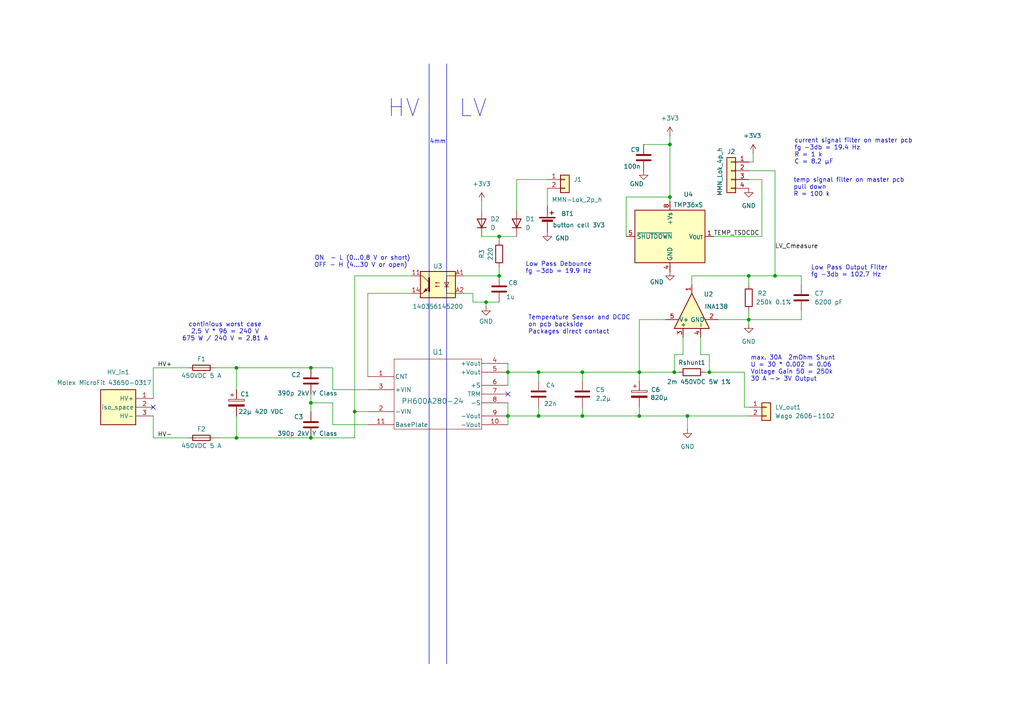
<source format=kicad_sch>
(kicad_sch (version 20231120) (generator "eeschema") (generator_version "8.0")
  (paper "A4")
  (lib_symbols
    (symbol "2024-11-18_21-41-11:PH600A280-24" (pin_names (offset 0.254))
      (property "Reference" "U1" (at 19.812 7.112 0))
      (property "Value" "PH600A280-24" (at 18.796 -7.112 0))
      (symbol "PH600A280-24_0_1"
        (polyline (pts (xy 7.62 -15.24) (xy 33.02 -15.24)) (stroke (width 0.127)))
        (polyline (pts (xy 7.62 5.08) (xy 7.62 -15.24)) (stroke (width 0.127)))
        (polyline (pts (xy 33.02 -15.24) (xy 33.02 5.08)) (stroke (width 0.127)))
        (polyline (pts (xy 33.02 5.08) (xy 7.62 5.08)) (stroke (width 0.127)))
      )
      (symbol "PH600A280-24_1_1"
        (pin input line (at 0 0 0) (length 7.62) (name "CNT") (number "1"))
        (pin power_out line (at 40.64 -13.97 180) (length 7.62) (name "-Vout") (number "10"))
        (pin passive line (at 0 -13.97 0) (length 7.62) (name "BasePlate") (number "11"))
        (pin power_in line (at 0 -10.16 0) (length 7.62) (name "-VIN") (number "2"))
        (pin power_in line (at 0 -3.81 0) (length 7.62) (name "+VIN") (number "3"))
        (pin power_out line (at 40.64 3.81 180) (length 7.62) (name "+Vout") (number "4"))
        (pin power_out line (at 40.64 1.27 180) (length 7.62) (name "+Vout") (number "5"))
        (pin input line (at 40.64 -2.54 180) (length 7.62) (name "+S") (number "6"))
        (pin input line (at 40.64 -5.08 180) (length 7.62) (name "TRM") (number "7"))
        (pin input line (at 40.64 -7.62 180) (length 7.62) (name "-S") (number "8"))
        (pin power_out line (at 40.64 -11.43 180) (length 7.62) (name "-Vout") (number "9"))
      )
    )
    (symbol "43650-0317:43650-0317"
      (property "Reference" "HV_in1" (at 10.16 -12.7 0))
      (property "Value" "43650-0317" (at 10.16 -10.16 0))
      (symbol "43650-0317_1_1"
        (rectangle (start 5.08 2.54) (end 15.24 -7.62) (stroke (width 0.254)) (fill (type background)))
        (pin power_out line (at 0 -5.08 0) (length 5.08) (name "HV+") (number "1"))
        (pin passive line (at 0 -2.54 0) (length 5.08) (name "iso_space") (number "2"))
        (pin power_out line (at 0 0 0) (length 5.08) (name "HV-") (number "3"))
      )
    )
    (symbol "Amplifier_Current:INA138" (pin_names (offset 0.127))
      (property "Reference" "U" (at 3.81 5.08 0))
      (property "Value" "INA138" (at 3.81 2.54 0))
      (symbol "INA138_0_1"
        (polyline (pts (xy -5.08 5.08) (xy 5.08 0) (xy -5.08 -5.08) (xy -5.08 5.08)) (stroke (width 0.254)) (fill (type background)))
      )
      (symbol "INA138_1_1"
        (pin output line (at 7.62 0 180) (length 2.54) (name "~") (number "1"))
        (pin power_in line (at -2.54 -7.62 90) (length 3.81) (name "GND") (number "2"))
        (pin input line (at -7.62 2.54 0) (length 2.54) (name "+") (number "3"))
        (pin input line (at -7.62 -2.54 0) (length 2.54) (name "-") (number "4"))
        (pin power_in line (at -2.54 7.62 270) (length 3.81) (name "V+") (number "5"))
      )
    )
    (symbol "Connector_Generic:Conn_01x02" (pin_names (offset 1.016) hide)
      (property "Reference" "J" (at 0 2.54 0))
      (property "Value" "Conn_01x02" (at 0 -5.08 0))
      (symbol "Conn_01x02_1_1"
        (rectangle (start -1.27 -2.413) (end 0 -2.667) (stroke (width 0.1524)))
        (rectangle (start -1.27 0.127) (end 0 -0.127) (stroke (width 0.1524)))
        (rectangle (start -1.27 1.27) (end 1.27 -3.81) (stroke (width 0.254)) (fill (type background)))
        (pin passive line (at -5.08 0 0) (length 3.81) (name "Pin_1") (number "1"))
        (pin passive line (at -5.08 -2.54 0) (length 3.81) (name "Pin_2") (number "2"))
      )
    )
    (symbol "Connector_Generic:Conn_01x04" (pin_names (offset 1.016) hide)
      (property "Reference" "J" (at 0 5.08 0))
      (property "Value" "Conn_01x04" (at 0 -7.62 0))
      (symbol "Conn_01x04_1_1"
        (rectangle (start -1.27 -4.953) (end 0 -5.207) (stroke (width 0.1524)))
        (rectangle (start -1.27 -2.413) (end 0 -2.667) (stroke (width 0.1524)))
        (rectangle (start -1.27 0.127) (end 0 -0.127) (stroke (width 0.1524)))
        (rectangle (start -1.27 2.667) (end 0 2.413) (stroke (width 0.1524)))
        (rectangle (start -1.27 3.81) (end 1.27 -6.35) (stroke (width 0.254)) (fill (type background)))
        (pin passive line (at -5.08 2.54 0) (length 3.81) (name "Pin_1") (number "1"))
        (pin passive line (at -5.08 0 0) (length 3.81) (name "Pin_2") (number "2"))
        (pin passive line (at -5.08 -2.54 0) (length 3.81) (name "Pin_3") (number "3"))
        (pin passive line (at -5.08 -5.08 0) (length 3.81) (name "Pin_4") (number "4"))
      )
    )
    (symbol "Device:Battery_Cell" (pin_numbers hide) (pin_names (offset 0) hide)
      (property "Reference" "BT" (at 2.54 2.54 0))
      (property "Value" "Battery_Cell" (at 2.54 0 0))
      (symbol "Battery_Cell_0_1"
        (rectangle (start -2.286 1.778) (end 2.286 1.524) (fill (type outline)))
        (rectangle (start -1.524 1.016) (end 1.524 0.508) (fill (type outline)))
        (polyline (pts (xy 0 0.762) (xy 0 0)))
        (polyline (pts (xy 0 1.778) (xy 0 2.54)))
        (polyline (pts (xy 0.762 3.048) (xy 1.778 3.048)) (stroke (width 0.254)))
        (polyline (pts (xy 1.27 3.556) (xy 1.27 2.54)) (stroke (width 0.254)))
      )
      (symbol "Battery_Cell_1_1"
        (pin passive line (at 0 5.08 270) (length 2.54) (name "+") (number "1"))
        (pin passive line (at 0 -2.54 90) (length 2.54) (name "-") (number "2"))
      )
    )
    (symbol "Device:C" (pin_numbers hide) (pin_names (offset 0.254))
      (property "Reference" "C" (at 0.635 2.54 0))
      (property "Value" "C" (at 0.635 -2.54 0))
      (symbol "C_0_1"
        (polyline (pts (xy -2.032 -0.762) (xy 2.032 -0.762)) (stroke (width 0.508)))
        (polyline (pts (xy -2.032 0.762) (xy 2.032 0.762)) (stroke (width 0.508)))
      )
      (symbol "C_1_1"
        (pin passive line (at 0 3.81 270) (length 2.794) (name "~") (number "1"))
        (pin passive line (at 0 -3.81 90) (length 2.794) (name "~") (number "2"))
      )
    )
    (symbol "Device:C_Polarized" (pin_numbers hide) (pin_names (offset 0.254))
      (property "Reference" "C" (at 0.635 2.54 0))
      (property "Value" "C_Polarized" (at 0.635 -2.54 0))
      (symbol "C_Polarized_0_1"
        (rectangle (start -2.286 0.508) (end 2.286 1.016))
        (polyline (pts (xy -1.778 2.286) (xy -0.762 2.286)))
        (polyline (pts (xy -1.27 2.794) (xy -1.27 1.778)))
        (rectangle (start 2.286 -0.508) (end -2.286 -1.016) (fill (type outline)))
      )
      (symbol "C_Polarized_1_1"
        (pin passive line (at 0 3.81 270) (length 2.794) (name "~") (number "1"))
        (pin passive line (at 0 -3.81 90) (length 2.794) (name "~") (number "2"))
      )
    )
    (symbol "Device:D" (pin_numbers hide) (pin_names (offset 1.016) hide)
      (property "Reference" "D" (at 0 2.54 0))
      (property "Value" "D" (at 0 -2.54 0))
      (symbol "D_0_1"
        (polyline (pts (xy -1.27 1.27) (xy -1.27 -1.27)) (stroke (width 0.254)))
        (polyline (pts (xy 1.27 0) (xy -1.27 0)))
        (polyline (pts (xy 1.27 1.27) (xy 1.27 -1.27) (xy -1.27 0) (xy 1.27 1.27)) (stroke (width 0.254)))
      )
      (symbol "D_1_1"
        (pin passive line (at -3.81 0 0) (length 2.54) (name "K") (number "1"))
        (pin passive line (at 3.81 0 180) (length 2.54) (name "A") (number "2"))
      )
    )
    (symbol "Device:Fuse" (pin_numbers hide) (pin_names (offset 0))
      (property "Reference" "F" (at 2.032 0 90))
      (property "Value" "Fuse" (at -1.905 0 90))
      (symbol "Fuse_0_1"
        (rectangle (start -0.762 -2.54) (end 0.762 2.54) (stroke (width 0.254)))
        (polyline (pts (xy 0 2.54) (xy 0 -2.54)))
      )
      (symbol "Fuse_1_1"
        (pin passive line (at 0 3.81 270) (length 1.27) (name "~") (number "1"))
        (pin passive line (at 0 -3.81 90) (length 1.27) (name "~") (number "2"))
      )
    )
    (symbol "Device:R" (pin_numbers hide) (pin_names (offset 0))
      (property "Reference" "R" (at 2.032 0 90))
      (property "Value" "R" (at 0 0 90))
      (symbol "R_0_1"
        (rectangle (start -1.016 -2.54) (end 1.016 2.54) (stroke (width 0.254)))
      )
      (symbol "R_1_1"
        (pin passive line (at 0 3.81 270) (length 1.27) (name "~") (number "1"))
        (pin passive line (at 0 -3.81 90) (length 1.27) (name "~") (number "2"))
      )
    )
    (symbol "Relay_SolidState:34.81-7048"
      (property "Reference" "U" (at -5.08 5.08 0))
      (property "Value" "34.81-7048" (at 0 5.08 0))
      (symbol "34.81-7048_0_1"
        (rectangle (start -5.08 3.81) (end 5.08 -3.81) (stroke (width 0.254)) (fill (type background)))
        (polyline (pts (xy -3.175 -0.635) (xy -1.905 -0.635)))
        (polyline (pts (xy 2.54 1.905) (xy 2.54 -1.905) (xy 2.54 -1.905)) (stroke (width 0.508)))
        (polyline (pts (xy -5.08 2.54) (xy -2.54 2.54) (xy -2.54 -2.54) (xy -5.08 -2.54)))
        (polyline (pts (xy -2.54 -0.635) (xy -3.175 0.635) (xy -1.905 0.635) (xy -2.54 -0.635)))
        (polyline (pts (xy -0.508 -0.508) (xy 0.762 -0.508) (xy 0.381 -0.635) (xy 0.381 -0.381) (xy 0.762 -0.508)))
        (polyline (pts (xy -0.508 0.508) (xy 0.762 0.508) (xy 0.381 0.381) (xy 0.381 0.635) (xy 0.762 0.508)))
        (polyline (pts (xy 3.048 -1.651) (xy 3.556 -1.143) (xy 4.064 -2.159) (xy 3.048 -1.651) (xy 3.048 -1.651)) (fill (type outline)))
        (polyline (pts (xy 5.08 2.54) (xy 4.445 2.54) (xy 2.54 0.635) (xy 2.54 -0.635) (xy 4.445 -2.54) (xy 5.08 -2.54)))
      )
      (symbol "34.81-7048_1_1"
        (pin passive line (at 7.62 2.54 180) (length 2.54) (name "~") (number "11"))
        (pin passive line (at 7.62 -2.54 180) (length 2.54) (name "~") (number "14"))
        (pin passive line (at -7.62 2.54 0) (length 2.54) (name "~") (number "A1"))
        (pin passive line (at -7.62 -2.54 0) (length 2.54) (name "~") (number "A2"))
      )
    )
    (symbol "Sensor_Temperature:TMP36xS"
      (property "Reference" "U" (at -8.89 8.89 0))
      (property "Value" "TMP36xS" (at 6.35 -8.89 0))
      (symbol "TMP36xS_0_1"
        (rectangle (start -10.16 7.62) (end 10.16 -7.62) (stroke (width 0.254)) (fill (type background)))
      )
      (symbol "TMP36xS_1_1"
        (pin output line (at 12.7 0 180) (length 2.54) (name "V_{OUT}") (number "1"))
        (pin power_in line (at 0 -10.16 90) (length 2.54) (name "GND") (number "4"))
        (pin input line (at -12.7 0 0) (length 2.54) (name "~{SHUTDOWN}") (number "5"))
        (pin power_in line (at 0 10.16 270) (length 2.54) (name "+Vs") (number "8"))
      )
    )
    (symbol "power:+3V3" (power) (pin_numbers hide) (pin_names (offset 0) hide)
      (property "Value" "+3V3" (at 0 3.556 0))
      (symbol "+3V3_0_1"
        (polyline (pts (xy -0.762 1.27) (xy 0 2.54)))
        (polyline (pts (xy 0 0) (xy 0 2.54)))
        (polyline (pts (xy 0 2.54) (xy 0.762 1.27)))
      )
      (symbol "+3V3_1_1"
        (pin power_in line (at 0 0 90) (length 0) (name "~") (number "1"))
      )
    )
    (symbol "power:GND" (power) (pin_numbers hide) (pin_names (offset 0) hide)
      (property "Value" "GND" (at 0 -3.81 0))
      (symbol "GND_0_1"
        (polyline (pts (xy 0 0) (xy 0 -1.27) (xy 1.27 -1.27) (xy 0 -2.54) (xy -1.27 -1.27) (xy 0 -1.27)))
      )
      (symbol "GND_1_1"
        (pin power_in line (at 0 0 270) (length 0) (name "~") (number "1"))
      )
    )
  )
  (junction (at 144.78 80.01))
  (junction (at 144.78 68.58))
  (junction (at 90.17 127))
  (junction (at 168.91 107.95))
  (junction (at 90.17 116.84))
  (junction (at 199.39 120.65))
  (junction (at 185.42 120.65))
  (junction (at 217.17 92.71))
  (junction (at 194.31 57.15))
  (junction (at 168.91 120.65))
  (junction (at 140.97 87.63))
  (junction (at 156.21 107.95))
  (junction (at 68.58 127))
  (junction (at 102.87 119.38))
  (junction (at 185.42 107.95))
  (junction (at 156.21 120.65))
  (junction (at 147.32 120.65))
  (junction (at 205.74 107.95))
  (junction (at 68.58 106.68))
  (junction (at 90.17 106.68))
  (junction (at 224.79 80.01))
  (junction (at 195.58 107.95))
  (junction (at 217.17 80.01))
  (junction (at 147.32 107.95))
  (junction (at 194.31 41.91))
  (no_connect (at 44.45 118.11))
  (no_connect (at 147.32 114.3))
  (wire (pts (xy 199.39 120.65) (xy 199.39 124.46)))
  (wire (pts (xy 149.86 52.07) (xy 149.86 60.96)))
  (wire (pts (xy 102.87 127) (xy 102.87 119.38)))
  (wire (pts (xy 185.42 120.65) (xy 199.39 120.65)))
  (wire (pts (xy 96.52 116.84) (xy 90.17 116.84)))
  (wire (pts (xy 207.01 68.58) (xy 220.98 68.58)))
  (wire (pts (xy 185.42 92.71) (xy 193.04 92.71)))
  (wire (pts (xy 149.86 52.07) (xy 158.75 52.07)))
  (wire (pts (xy 62.23 106.68) (xy 68.58 106.68)))
  (wire (pts (xy 147.32 107.95) (xy 147.32 111.76)))
  (wire (pts (xy 224.79 80.01) (xy 232.41 80.01)))
  (wire (pts (xy 68.58 106.68) (xy 90.17 106.68)))
  (wire (pts (xy 195.58 107.95) (xy 196.85 107.95)))
  (wire (pts (xy 96.52 123.19) (xy 96.52 116.84)))
  (wire (pts (xy 119.38 80.01) (xy 102.87 80.01)))
  (wire (pts (xy 185.42 92.71) (xy 185.42 107.95)))
  (wire (pts (xy 198.12 97.79) (xy 198.12 102.87)))
  (wire (pts (xy 90.17 116.84) (xy 90.17 119.38)))
  (wire (pts (xy 198.12 102.87) (xy 195.58 102.87)))
  (wire (pts (xy 139.7 58.42) (xy 139.7 60.96)))
  (wire (pts (xy 147.32 105.41) (xy 147.32 107.95)))
  (polyline (pts (xy 124.46 18.542) (xy 124.46 192.532)))
  (wire (pts (xy 156.21 107.95) (xy 156.21 110.49)))
  (wire (pts (xy 194.31 39.37) (xy 194.31 41.91)))
  (wire (pts (xy 224.79 49.53) (xy 224.79 80.01)))
  (wire (pts (xy 199.39 120.65) (xy 217.17 120.65)))
  (wire (pts (xy 217.17 46.99) (xy 218.44 46.99)))
  (wire (pts (xy 194.31 57.15) (xy 194.31 58.42)))
  (wire (pts (xy 205.74 102.87) (xy 205.74 107.95)))
  (wire (pts (xy 217.17 80.01) (xy 224.79 80.01)))
  (wire (pts (xy 218.44 46.99) (xy 218.44 44.45)))
  (wire (pts (xy 200.66 80.01) (xy 217.17 80.01)))
  (wire (pts (xy 144.78 80.01) (xy 144.78 77.47)))
  (wire (pts (xy 62.23 127) (xy 68.58 127)))
  (wire (pts (xy 205.74 107.95) (xy 215.9 107.95)))
  (wire (pts (xy 156.21 107.95) (xy 168.91 107.95)))
  (wire (pts (xy 102.87 80.01) (xy 102.87 119.38)))
  (wire (pts (xy 168.91 107.95) (xy 168.91 110.49)))
  (wire (pts (xy 181.61 57.15) (xy 194.31 57.15)))
  (wire (pts (xy 194.31 41.91) (xy 194.31 57.15)))
  (wire (pts (xy 208.28 92.71) (xy 217.17 92.71)))
  (wire (pts (xy 137.16 87.63) (xy 137.16 85.09)))
  (wire (pts (xy 168.91 118.11) (xy 168.91 120.65)))
  (wire (pts (xy 203.2 102.87) (xy 205.74 102.87)))
  (wire (pts (xy 186.69 41.91) (xy 194.31 41.91)))
  (wire (pts (xy 200.66 80.01) (xy 200.66 82.55)))
  (wire (pts (xy 140.97 87.63) (xy 140.97 88.9)))
  (wire (pts (xy 44.45 127) (xy 54.61 127)))
  (wire (pts (xy 215.9 118.11) (xy 217.17 118.11)))
  (wire (pts (xy 144.78 68.58) (xy 144.78 69.85)))
  (wire (pts (xy 232.41 82.55) (xy 232.41 80.01)))
  (wire (pts (xy 68.58 106.68) (xy 68.58 113.03)))
  (wire (pts (xy 147.32 120.65) (xy 156.21 120.65)))
  (wire (pts (xy 195.58 102.87) (xy 195.58 107.95)))
  (wire (pts (xy 232.41 92.71) (xy 217.17 92.71)))
  (wire (pts (xy 203.2 97.79) (xy 203.2 102.87)))
  (wire (pts (xy 147.32 107.95) (xy 156.21 107.95)))
  (wire (pts (xy 220.98 68.58) (xy 220.98 52.07)))
  (wire (pts (xy 156.21 120.65) (xy 168.91 120.65)))
  (wire (pts (xy 185.42 118.11) (xy 185.42 120.65)))
  (wire (pts (xy 134.62 80.01) (xy 144.78 80.01)))
  (wire (pts (xy 217.17 92.71) (xy 217.17 90.17)))
  (wire (pts (xy 204.47 107.95) (xy 205.74 107.95)))
  (wire (pts (xy 232.41 90.17) (xy 232.41 92.71)))
  (wire (pts (xy 106.68 85.09) (xy 119.38 85.09)))
  (wire (pts (xy 68.58 120.65) (xy 68.58 127)))
  (wire (pts (xy 90.17 106.68) (xy 96.52 106.68)))
  (wire (pts (xy 137.16 85.09) (xy 134.62 85.09)))
  (polyline (pts (xy 129.54 18.542) (xy 129.54 192.532)))
  (wire (pts (xy 106.68 85.09) (xy 106.68 109.22)))
  (wire (pts (xy 156.21 118.11) (xy 156.21 120.65)))
  (wire (pts (xy 168.91 107.95) (xy 185.42 107.95)))
  (wire (pts (xy 139.7 68.58) (xy 144.78 68.58)))
  (wire (pts (xy 106.68 123.19) (xy 96.52 123.19)))
  (wire (pts (xy 144.78 87.63) (xy 140.97 87.63)))
  (wire (pts (xy 96.52 113.03) (xy 106.68 113.03)))
  (wire (pts (xy 215.9 107.95) (xy 215.9 118.11)))
  (wire (pts (xy 185.42 107.95) (xy 195.58 107.95)))
  (wire (pts (xy 68.58 127) (xy 90.17 127)))
  (wire (pts (xy 90.17 114.3) (xy 90.17 116.84)))
  (wire (pts (xy 96.52 106.68) (xy 96.52 113.03)))
  (wire (pts (xy 90.17 127) (xy 102.87 127)))
  (wire (pts (xy 181.61 68.58) (xy 181.61 57.15)))
  (wire (pts (xy 44.45 120.65) (xy 44.45 127)))
  (wire (pts (xy 102.87 119.38) (xy 106.68 119.38)))
  (wire (pts (xy 217.17 80.01) (xy 217.17 82.55)))
  (wire (pts (xy 168.91 120.65) (xy 185.42 120.65)))
  (wire (pts (xy 44.45 106.68) (xy 54.61 106.68)))
  (wire (pts (xy 140.97 87.63) (xy 137.16 87.63)))
  (wire (pts (xy 220.98 52.07) (xy 217.17 52.07)))
  (wire (pts (xy 44.45 106.68) (xy 44.45 115.57)))
  (wire (pts (xy 217.17 92.71) (xy 217.17 93.98)))
  (wire (pts (xy 144.78 68.58) (xy 149.86 68.58)))
  (wire (pts (xy 147.32 116.84) (xy 147.32 120.65)))
  (wire (pts (xy 158.75 54.61) (xy 158.75 59.69)))
  (wire (pts (xy 217.17 49.53) (xy 224.79 49.53)))
  (wire (pts (xy 147.32 120.65) (xy 147.32 123.19)))
  (wire (pts (xy 185.42 107.95) (xy 185.42 110.49)))
  (text "Low Pass Debounce\nfg -3db = 19.9 Hz" (at 152.4 77.724 0) (effects (font (size 1.27 1.27)) (justify left)))
  (text " ON  - L (0...0,8 V or short)\nOFF - H (4...30 V or open)" (at 104.648 75.946 0) (effects (font (size 1.27 1.27))))
  (text "max. 30A  2mOhm Shunt \nU = 30 * 0.002 = 0.06\nVoltage Gain 50 = 250k\n30 A -> 3V Output\n" (at 217.678 106.934 0) (effects (font (size 1.27 1.27)) (justify left)))
  (text "Low Pass Output Filter\nfg -3db = 102.7 Hz" (at 235.204 78.74 0) (effects (font (size 1.27 1.27)) (justify left)))
  (text "continious worst case\n2,5 V * 96 = 240 V\n675 W / 240 V = 2,81 A\n\n\n" (at 65.278 98.298 0) (effects (font (size 1.27 1.27))))
  (text "current signal filter on master pcb\nfg -3db = 19.4 Hz\nR = 1 k\nC = 8.2 µF\n" (at 230.378 43.942 0) (effects (font (size 1.27 1.27)) (justify left)))
  (text "LV" (at 137.16 31.496 0) (effects (font (size 5 5))))
  (text "4mm" (at 127 41.148 0) (effects (font (size 1.27 1.27))))
  (text "HV" (at 117.094 31.496 0) (effects (font (size 5 5))))
  (text "temp signal filter on master pcb\npull down\nR = 100 k" (at 230.124 54.356 0) (effects (font (size 1.27 1.27)) (justify left)))
  (text "Temperature Sensor and DCDC \non pcb backside\nPackages direct contact" (at 153.162 94.234 0) (effects (font (size 1.27 1.27)) (justify left)))
  (label "LV_Cmeasure" (at 224.79 72.39 0))
  (label "HV+" (at 45.72 106.68 0))
  (label "TEMP_TSDCDC" (at 207.01 68.58 0))
  (label "HV-" (at 45.72 127 0))
  (symbol (lib_id "Sensor_Temperature:TMP36xS") (at 194.31 68.58 0) (unit 1)
    (property "Reference" "U4" (at 199.644 56.388 0))
    (property "Value" "TMP36xS" (at 199.644 59.436 0))
    (property "Footprint" "Package_SO:SOIC-8_3.9x4.9mm_P1.27mm" (effects (hide yes)))
    (property "Datasheet" "https://www.analog.com/media/en/technical-documentation/data-sheets/TMP35_36_37.pdf" (effects (hide yes)))
    (property "Description" "Low Voltage Temperature Sensor, SOIC-8" (effects (hide yes)))
  )
  (symbol (lib_id "power:GND") (at 199.39 124.46 0) (unit 1)
    (property "Reference" "#PWR01" (effects (hide yes)))
    (property "Value" "GND" (at 199.39 129.54 0))
    (property "Description" "Power symbol creates a global label with name \"GND\" , ground" (effects (hide yes)))
  )
  (symbol (lib_id "power:+3V3") (at 218.44 44.45 0) (mirror y) (unit 1)
    (property "Reference" "#PWR05" (effects (hide yes)))
    (property "Value" "+3V3" (at 218.186 39.37 0))
    (property "Description" "Power symbol creates a global label with name \"+3V3\"" (effects (hide yes)))
  )
  (symbol (lib_id "power:GND") (at 186.69 49.53 0) (unit 1)
    (property "Reference" "#PWR010" (effects (hide yes)))
    (property "Value" "GND" (at 184.658 53.34 0))
    (property "Description" "Power symbol creates a global label with name \"GND\" , ground" (effects (hide yes)))
  )
  (symbol (lib_id "Device:C_Polarized") (at 68.58 116.84 0) (unit 1)
    (property "Reference" "C1" (at 72.39 114.3 0) (effects (justify right)))
    (property "Value" "22µ 420 VDC" (at 82.296 119.38 0) (effects (justify right)))
    (property "Footprint" "footprints:CAPPRD500W60D1275H2200" (effects (hide yes)))
    (property "Datasheet" "https://www.mouser.de/datasheet/2/293/e_ucy-3082387.pdf" (effects (hide yes)))
    (property "Description" "Polarized capacitor" (effects (hide yes)))
  )
  (symbol (lib_id "Device:C") (at 90.17 110.49 0) (unit 1)
    (property "Reference" "C2" (at 85.852 108.712 0))
    (property "Value" "390p 2kV Y Class" (at 89.154 114.046 0))
    (property "Footprint" "Capacitor_SMD:C_1812_4532Metric" (effects (hide yes)))
    (property "Datasheet" "https://www.mouser.de/datasheet/2/447/KEM_C1009_C0G_HV_SMD-3316207.pdf" (effects (hide yes)))
    (property "Description" "Unpolarized capacitor" (effects (hide yes)))
  )
  (symbol (lib_id "Device:C") (at 186.69 45.72 0) (unit 1)
    (property "Reference" "C9" (at 182.88 43.434 0) (effects (justify left)))
    (property "Value" "100n" (at 180.848 48.26 0) (effects (justify left)))
    (property "Description" "Unpolarized capacitor" (effects (hide yes)))
  )
  (symbol (lib_id "Device:C") (at 156.21 114.3 0) (unit 1)
    (property "Reference" "C4" (at 161.036 111.76 0) (effects (justify right)))
    (property "Value" "22n" (at 161.544 117.094 0) (effects (justify right)))
    (property "Footprint" "footprints:ECHU_E1_E2_E3_E3a_4" (effects (hide yes)))
    (property "Description" "Unpolarized capacitor" (effects (hide yes)))
    (property "Mouser Part Number" "667-ECW-U2223JC9" (effects (hide yes)))
    (property "Mouser Price/Stock" "https://www.mouser.com/Search/Refine.aspx?Keyword=667-ECW-U2223JC9" (effects (hide yes)))
    (property "Manufacturer_Name" "Panasonic" (effects (hide yes)))
    (property "Manufacturer_Part_Number" "ECW-U2223JC9" (effects (hide yes)))
  )
  (symbol (lib_id "Device:Fuse") (at 58.42 127 90) (unit 1)
    (property "Reference" "F2" (at 58.42 124.46 90))
    (property "Value" "450VDC 5 A" (at 58.42 129.286 90))
    (property "Footprint" "footprints:0ACG5000TE" (effects (hide yes)))
    (property "Datasheet" "https://www.mouser.de/datasheet/2/643/ds_CP_0ACG_series-2000946.pdf" (effects (hide yes)))
    (property "Description" "Fuse" (effects (hide yes)))
  )
  (symbol (lib_id "Device:D") (at 149.86 64.77 90) (unit 1)
    (property "Reference" "D1" (at 152.4 63.4999 90) (effects (justify right)))
    (property "Value" "D" (at 152.4 66.0399 90) (effects (justify right)))
    (property "Description" "Diode" (effects (hide yes)))
    (property "Sim.Device" "D" (effects (hide yes)))
    (property "Sim.Pins" "1=K 2=A" (effects (hide yes)))
  )
  (symbol (lib_id "power:GND") (at 217.17 93.98 0) (unit 1)
    (property "Reference" "#PWR02" (effects (hide yes)))
    (property "Value" "GND" (at 217.17 99.06 0))
    (property "Description" "Power symbol creates a global label with name \"GND\" , ground" (effects (hide yes)))
  )
  (symbol (lib_id "Device:C") (at 232.41 86.36 0) (unit 1)
    (property "Reference" "C7" (at 236.22 85.0899 0) (effects (justify left)))
    (property "Value" "6200 pF" (at 236.22 87.6299 0) (effects (justify left)))
    (property "Footprint" "Capacitor_SMD:C_0805_2012Metric" (effects (hide yes)))
    (property "Datasheet" "https://www.mouser.de/datasheet/2/447/KEM_C1007_X8R_ULTRA_150C_SMD-3316375.pdf" (effects (hide yes)))
    (property "Description" "Unpolarized capacitor" (effects (hide yes)))
  )
  (symbol (lib_id "Device:Fuse") (at 58.42 106.68 90) (unit 1)
    (property "Reference" "F1" (at 58.42 104.14 90))
    (property "Value" "450VDC 5 A" (at 58.42 108.966 90))
    (property "Footprint" "footprints:0ACG5000TE" (effects (hide yes)))
    (property "Datasheet" "https://www.mouser.de/datasheet/2/643/ds_CP_0ACG_series-2000946.pdf" (effects (hide yes)))
    (property "Description" "Fuse" (effects (hide yes)))
  )
  (symbol (lib_id "Relay_SolidState:34.81-7048") (at 127 82.55 0) (mirror y) (unit 1)
    (property "Reference" "U3" (at 127 77.216 0))
    (property "Value" "140356145200" (at 127 88.9 0))
    (property "Footprint" "footprints:SOP254P700X210-4N" (effects (hide yes)))
    (property "Datasheet" "https://www.we-online.com/components/products/datasheet/140356145200.pdf" (effects (hide yes)))
    (property "Description" "Ultra-Slim Solid-State Relay, 0.1A, 48V DC output switching" (effects (hide yes)))
  )
  (symbol (lib_id "Device:C_Polarized") (at 185.42 114.3 0) (unit 1)
    (property "Reference" "C6" (at 191.516 113.03 0) (effects (justify right)))
    (property "Value" "820µ" (at 193.802 115.316 0) (effects (justify right)))
    (property "Footprint" "Capacitor_THT:CP_Radial_D16.0mm_P7.50mm" (effects (hide yes)))
    (property "Datasheet" "https://www.mouser.de/datasheet/2/420/7964717934d9b174c3ba48-1210810.pdf" (effects (hide yes)))
    (property "Description" "Polarized capacitor" (effects (hide yes)))
  )
  (symbol (lib_id "Device:Battery_Cell") (at 158.75 64.77 0) (unit 1)
    (property "Reference" "BT1" (at 164.592 61.976 0))
    (property "Value" "button cell 3V3" (at 167.894 65.278 0))
    (property "Description" "Single-cell battery" (effects (hide yes)))
  )
  (symbol (lib_id "Connector_Generic:Conn_01x02") (at 222.25 118.11 0) (unit 1)
    (property "Reference" "LV_out1" (at 224.79 118.1099 0) (effects (justify left)))
    (property "Value" "Wago 2606-1102" (at 224.79 120.6499 0) (effects (justify left)))
    (property "Footprint" "footprints:CONN2_2606-1102_WAG" (effects (hide yes)))
    (property "Datasheet" "https://www.wago.com/de/leiterplattenanschluss/leiterplattenklemme/p/2606-1102" (effects (hide yes)))
    (property "Description" "Generic connector, single row, 01x02, script generated (kicad-library-utils/schlib/autogen/connector/)" (effects (hide yes)))
  )
  (symbol (lib_id "power:+3V3") (at 194.31 39.37 0) (unit 1)
    (property "Reference" "#PWR08" (effects (hide yes)))
    (property "Value" "+3V3" (at 194.31 34.29 0))
    (property "Description" "Power symbol creates a global label with name \"+3V3\"" (effects (hide yes)))
  )
  (symbol (lib_id "power:+3V3") (at 139.7 58.42 0) (unit 1)
    (property "Reference" "#PWR09" (effects (hide yes)))
    (property "Value" "+3V3" (at 139.7 53.34 0))
    (property "Description" "Power symbol creates a global label with name \"+3V3\"" (effects (hide yes)))
  )
  (symbol (lib_id "Connector_Generic:Conn_01x04") (at 212.09 49.53 0) (mirror y) (unit 1)
    (property "Reference" "J2" (at 212.09 43.942 0))
    (property "Value" "MMN_Lok_4p_h" (at 208.788 49.784 90))
    (property "Footprint" "FaSTTUBe_connectors:Micro_Mate-N-Lok_4p_horizontal" (effects (hide yes)))
    (property "Description" "Generic connector, single row, 01x04, script generated (kicad-library-utils/schlib/autogen/connector/)" (effects (hide yes)))
  )
  (symbol (lib_id "Device:C") (at 144.78 83.82 180) (unit 1)
    (property "Reference" "C8" (at 150.114 82.042 0) (effects (justify left)))
    (property "Value" "1u" (at 149.352 86.106 0) (effects (justify left)))
    (property "Footprint" "Capacitor_SMD:C_0603_1608Metric_Pad1.08x0.95mm_HandSolder" (effects (hide yes)))
    (property "Description" "Unpolarized capacitor" (effects (hide yes)))
  )
  (symbol (lib_id "Device:R") (at 200.66 107.95 90) (unit 1)
    (property "Reference" "Rshunt1" (at 200.66 105.156 90))
    (property "Value" "2m 450VDC 5W 1%" (at 202.692 110.744 90))
    (property "Footprint" "Resistor_SMD:R_2512_6332Metric" (effects (hide yes)))
    (property "Datasheet" "https://www.mouser.de/datasheet/2/54/css2h_2512-1862180.pdf" (effects (hide yes)))
    (property "Description" "Resistor" (effects (hide yes)))
  )
  (symbol (lib_id "Device:C") (at 90.17 123.19 0) (unit 1)
    (property "Reference" "C3" (at 86.614 120.904 0))
    (property "Value" "390p 2kV Y Class" (at 89.154 125.73 0))
    (property "Footprint" "Capacitor_SMD:C_1210_3225Metric" (effects (hide yes)))
    (property "Datasheet" "https://www.mouser.de/datasheet/2/447/KEM_C1009_C0G_HV_SMD-3316207.pdf" (effects (hide yes)))
    (property "Description" "Unpolarized capacitor" (effects (hide yes)))
  )
  (symbol (lib_id "Device:R") (at 217.17 86.36 0) (unit 1)
    (property "Reference" "R2" (at 219.71 85.0899 0) (effects (justify left)))
    (property "Value" "250k 0.1%" (at 219.202 87.63 0) (effects (justify left)))
    (property "Footprint" "Resistor_SMD:R_0805_2012Metric" (effects (hide yes)))
    (property "Datasheet" "https://www.mouser.de/datasheet/2/385/SEI_RNCF-3077647.pdf" (effects (hide yes)))
    (property "Description" "Resistor" (effects (hide yes)))
  )
  (symbol (lib_id "Device:R") (at 144.78 73.66 0) (unit 1)
    (property "Reference" "R3" (at 139.7 73.66 90))
    (property "Value" "220" (at 142.24 73.66 90))
    (property "Footprint" "Resistor_SMD:R_0603_1608Metric" (effects (hide yes)))
    (property "Description" "Resistor" (effects (hide yes)))
  )
  (symbol (lib_id "power:GND") (at 140.97 88.9 0) (unit 1)
    (property "Reference" "#PWR07" (effects (hide yes)))
    (property "Value" "GND" (at 140.97 93.218 0))
    (property "Description" "Power symbol creates a global label with name \"GND\" , ground" (effects (hide yes)))
  )
  (symbol (lib_id "Device:D") (at 139.7 64.77 90) (unit 1)
    (property "Reference" "D2" (at 142.24 63.4999 90) (effects (justify right)))
    (property "Value" "D" (at 142.24 66.0399 90) (effects (justify right)))
    (property "Description" "Diode" (effects (hide yes)))
    (property "Sim.Device" "D" (effects (hide yes)))
    (property "Sim.Pins" "1=K 2=A" (effects (hide yes)))
  )
  (symbol (lib_id "43650-0317:43650-0317") (at 44.45 120.65 180) (unit 1)
    (property "Reference" "HV_in1" (at 34.29 107.95 0))
    (property "Value" "Molex MicroFit 43650-0317" (at 30.226 110.998 0))
    (property "Footprint" "Connector_Molex:Molex_Micro-Fit_3.0_43650-0315_1x03_P3.00mm_Vertical" (effects (hide yes)))
    (property "Datasheet" "https://www.molex.com/pdm_docs/sd/436500215_sd.pdf" (effects (hide yes)))
    (property "Description" "Micro-Fit 3.0 Vertical Header, 3.00mm Pitch, Single Row, 3 Circuits, with PCB Polarizing Peg, Glow-Wire Capable, Black" (effects (hide yes)))
    (property "Height" "9.9" (effects (hide yes)))
    (property "Mouser Part Number" "538-43650-0317" (effects (hide yes)))
    (property "Mouser Price/Stock" "https://www.mouser.co.uk/ProductDetail/Molex/43650-0317?qs=Nb99Pa9xYq%2Fi%252B%2FVbiejqUg%3D%3D" (effects (hide yes)))
    (property "Manufacturer_Name" "Molex" (effects (hide yes)))
    (property "Manufacturer_Part_Number" "43650-0317" (effects (hide yes)))
  )
  (symbol (lib_id "power:GND") (at 194.31 78.74 0) (unit 1)
    (property "Reference" "#PWR06" (effects (hide yes)))
    (property "Value" "GND" (at 190.5 81.788 0))
    (property "Description" "Power symbol creates a global label with name \"GND\" , ground" (effects (hide yes)))
  )
  (symbol (lib_id "power:GND") (at 158.75 67.31 0) (unit 1)
    (property "Reference" "#PWR04" (effects (hide yes)))
    (property "Value" "GND" (at 163.068 69.088 0))
    (property "Description" "Power symbol creates a global label with name \"GND\" , ground" (effects (hide yes)))
  )
  (symbol (lib_id "2024-11-18_21-41-11:PH600A280-24") (at 106.68 109.22 0) (unit 1)
    (property "Reference" "U1" (at 127 102.108 0) (effects (font (size 1.524 1.524))))
    (property "Value" "PH600A280-24" (at 125.476 116.332 0) (effects (font (size 1.524 1.524))))
    (property "Footprint" "footprints:PH300A_thru_PH600A_TDK" (effects (hide yes)))
    (property "Datasheet" "https://product.tdk.com/de/search/power/switching-power/dc-dc-converter/info?part_no=PH600A280-24" (effects (hide yes)))
  )
  (symbol (lib_id "Amplifier_Current:INA138") (at 200.66 90.17 90) (unit 1)
    (property "Reference" "U2" (at 205.486 85.344 90))
    (property "Value" "INA138" (at 207.772 88.9 90))
    (property "Footprint" "Package_TO_SOT_SMD:SOT-23-5" (effects (hide yes)))
    (property "Datasheet" "http://www.ti.com/lit/ds/symlink/ina138.pdf" (effects (hide yes)))
    (property "Description" "High-Side Measurement Current Shunt Monitor, 36V, SOT-23-5" (effects (hide yes)))
  )
  (symbol (lib_id "Connector_Generic:Conn_01x02") (at 163.83 52.07 0) (unit 1)
    (property "Reference" "J1" (at 166.37 52.0699 0) (effects (justify left)))
    (property "Value" "MMN-Lok_2p_h" (at 160.02 57.912 0) (effects (justify left)))
    (property "Footprint" "FaSTTUBe_connectors:Micro_Mate-N-Lok_2p_horizontal" (effects (hide yes)))
    (property "Description" "Generic connector, single row, 01x02, script generated (kicad-library-utils/schlib/autogen/connector/)" (effects (hide yes)))
  )
  (symbol (lib_id "Device:C") (at 168.91 114.3 0) (unit 1)
    (property "Reference" "C5" (at 172.72 113.0299 0) (effects (justify left)))
    (property "Value" "2.2µ" (at 172.72 115.5699 0) (effects (justify left)))
    (property "Footprint" "Capacitor_SMD:C_0603_1608Metric" (effects (hide yes)))
    (property "Description" "Unpolarized capacitor" (effects (hide yes)))
  )
  (symbol (lib_id "power:GND") (at 217.17 54.61 0) (mirror y) (unit 1)
    (property "Reference" "#PWR03" (effects (hide yes)))
    (property "Value" "GND" (at 217.17 59.69 0))
    (property "Description" "Power symbol creates a global label with name \"GND\" , ground" (effects (hide yes)))
  )
)
</source>
